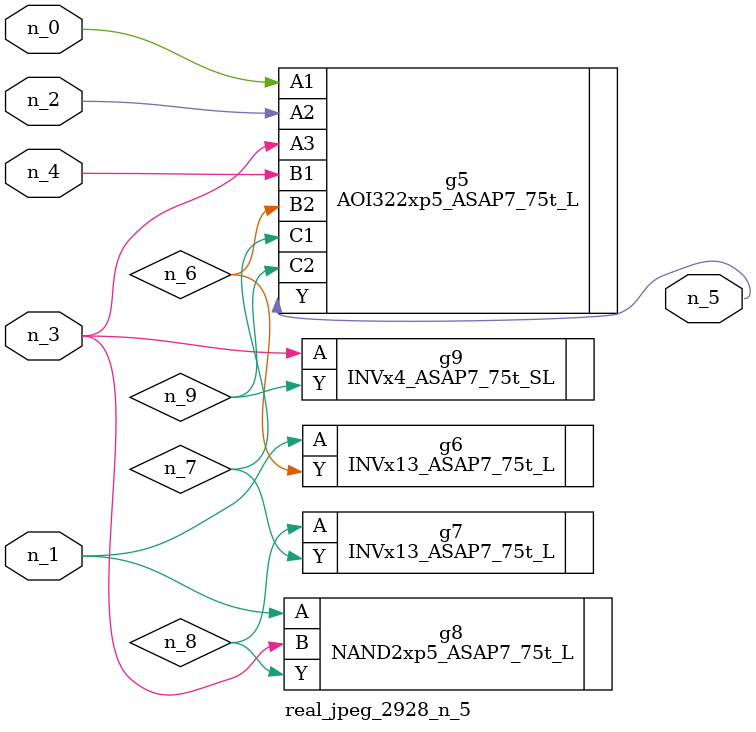
<source format=v>
module real_jpeg_2928_n_5 (n_4, n_0, n_1, n_2, n_3, n_5);

input n_4;
input n_0;
input n_1;
input n_2;
input n_3;

output n_5;

wire n_8;
wire n_6;
wire n_7;
wire n_9;

AOI322xp5_ASAP7_75t_L g5 ( 
.A1(n_0),
.A2(n_2),
.A3(n_3),
.B1(n_4),
.B2(n_6),
.C1(n_7),
.C2(n_9),
.Y(n_5)
);

INVx13_ASAP7_75t_L g6 ( 
.A(n_1),
.Y(n_6)
);

NAND2xp5_ASAP7_75t_L g8 ( 
.A(n_1),
.B(n_3),
.Y(n_8)
);

INVx4_ASAP7_75t_SL g9 ( 
.A(n_3),
.Y(n_9)
);

INVx13_ASAP7_75t_L g7 ( 
.A(n_8),
.Y(n_7)
);


endmodule
</source>
